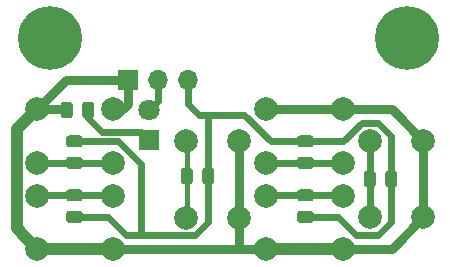
<source format=gbr>
G04 #@! TF.GenerationSoftware,KiCad,Pcbnew,(5.1.7)-1*
G04 #@! TF.CreationDate,2021-02-26T06:52:40-07:00*
G04 #@! TF.ProjectId,Buttons,42757474-6f6e-4732-9e6b-696361645f70,rev?*
G04 #@! TF.SameCoordinates,PX7b89fa0PY567a2f0*
G04 #@! TF.FileFunction,Copper,L1,Top*
G04 #@! TF.FilePolarity,Positive*
%FSLAX46Y46*%
G04 Gerber Fmt 4.6, Leading zero omitted, Abs format (unit mm)*
G04 Created by KiCad (PCBNEW (5.1.7)-1) date 2021-02-26 06:52:40*
%MOMM*%
%LPD*%
G01*
G04 APERTURE LIST*
G04 #@! TA.AperFunction,ComponentPad*
%ADD10C,5.400000*%
G04 #@! TD*
G04 #@! TA.AperFunction,ComponentPad*
%ADD11O,1.700000X1.700000*%
G04 #@! TD*
G04 #@! TA.AperFunction,ComponentPad*
%ADD12R,1.700000X1.700000*%
G04 #@! TD*
G04 #@! TA.AperFunction,ComponentPad*
%ADD13C,2.000000*%
G04 #@! TD*
G04 #@! TA.AperFunction,ComponentPad*
%ADD14R,1.800000X1.800000*%
G04 #@! TD*
G04 #@! TA.AperFunction,ComponentPad*
%ADD15C,1.800000*%
G04 #@! TD*
G04 #@! TA.AperFunction,Conductor*
%ADD16C,0.800000*%
G04 #@! TD*
G04 #@! TA.AperFunction,Conductor*
%ADD17C,1.000000*%
G04 #@! TD*
G04 #@! TA.AperFunction,Conductor*
%ADD18C,0.600000*%
G04 #@! TD*
G04 #@! TA.AperFunction,Conductor*
%ADD19C,0.400000*%
G04 #@! TD*
G04 APERTURE END LIST*
D10*
X34290000Y20066000D03*
X4064000Y20066000D03*
D11*
X15748000Y16510000D03*
X13208000Y16510000D03*
D12*
X10668000Y16510000D03*
G04 #@! TA.AperFunction,SMDPad,CuDef*
G36*
G01*
X5645998Y10014000D02*
X6546002Y10014000D01*
G75*
G02*
X6796000Y9764002I0J-249998D01*
G01*
X6796000Y9238998D01*
G75*
G02*
X6546002Y8989000I-249998J0D01*
G01*
X5645998Y8989000D01*
G75*
G02*
X5396000Y9238998I0J249998D01*
G01*
X5396000Y9764002D01*
G75*
G02*
X5645998Y10014000I249998J0D01*
G01*
G37*
G04 #@! TD.AperFunction*
G04 #@! TA.AperFunction,SMDPad,CuDef*
G36*
G01*
X5645998Y11839000D02*
X6546002Y11839000D01*
G75*
G02*
X6796000Y11589002I0J-249998D01*
G01*
X6796000Y11063998D01*
G75*
G02*
X6546002Y10814000I-249998J0D01*
G01*
X5645998Y10814000D01*
G75*
G02*
X5396000Y11063998I0J249998D01*
G01*
X5396000Y11589002D01*
G75*
G02*
X5645998Y11839000I249998J0D01*
G01*
G37*
G04 #@! TD.AperFunction*
G04 #@! TA.AperFunction,SMDPad,CuDef*
G36*
G01*
X6546002Y6242000D02*
X5645998Y6242000D01*
G75*
G02*
X5396000Y6491998I0J249998D01*
G01*
X5396000Y7017002D01*
G75*
G02*
X5645998Y7267000I249998J0D01*
G01*
X6546002Y7267000D01*
G75*
G02*
X6796000Y7017002I0J-249998D01*
G01*
X6796000Y6491998D01*
G75*
G02*
X6546002Y6242000I-249998J0D01*
G01*
G37*
G04 #@! TD.AperFunction*
G04 #@! TA.AperFunction,SMDPad,CuDef*
G36*
G01*
X6546002Y4417000D02*
X5645998Y4417000D01*
G75*
G02*
X5396000Y4666998I0J249998D01*
G01*
X5396000Y5192002D01*
G75*
G02*
X5645998Y5442000I249998J0D01*
G01*
X6546002Y5442000D01*
G75*
G02*
X6796000Y5192002I0J-249998D01*
G01*
X6796000Y4666998D01*
G75*
G02*
X6546002Y4417000I-249998J0D01*
G01*
G37*
G04 #@! TD.AperFunction*
G04 #@! TA.AperFunction,SMDPad,CuDef*
G36*
G01*
X16110000Y8832002D02*
X16110000Y7931998D01*
G75*
G02*
X15860002Y7682000I-249998J0D01*
G01*
X15334998Y7682000D01*
G75*
G02*
X15085000Y7931998I0J249998D01*
G01*
X15085000Y8832002D01*
G75*
G02*
X15334998Y9082000I249998J0D01*
G01*
X15860002Y9082000D01*
G75*
G02*
X16110000Y8832002I0J-249998D01*
G01*
G37*
G04 #@! TD.AperFunction*
G04 #@! TA.AperFunction,SMDPad,CuDef*
G36*
G01*
X17935000Y8832002D02*
X17935000Y7931998D01*
G75*
G02*
X17685002Y7682000I-249998J0D01*
G01*
X17159998Y7682000D01*
G75*
G02*
X16910000Y7931998I0J249998D01*
G01*
X16910000Y8832002D01*
G75*
G02*
X17159998Y9082000I249998J0D01*
G01*
X17685002Y9082000D01*
G75*
G02*
X17935000Y8832002I0J-249998D01*
G01*
G37*
G04 #@! TD.AperFunction*
G04 #@! TA.AperFunction,SMDPad,CuDef*
G36*
G01*
X25203998Y5442000D02*
X26104002Y5442000D01*
G75*
G02*
X26354000Y5192002I0J-249998D01*
G01*
X26354000Y4666998D01*
G75*
G02*
X26104002Y4417000I-249998J0D01*
G01*
X25203998Y4417000D01*
G75*
G02*
X24954000Y4666998I0J249998D01*
G01*
X24954000Y5192002D01*
G75*
G02*
X25203998Y5442000I249998J0D01*
G01*
G37*
G04 #@! TD.AperFunction*
G04 #@! TA.AperFunction,SMDPad,CuDef*
G36*
G01*
X25203998Y7267000D02*
X26104002Y7267000D01*
G75*
G02*
X26354000Y7017002I0J-249998D01*
G01*
X26354000Y6491998D01*
G75*
G02*
X26104002Y6242000I-249998J0D01*
G01*
X25203998Y6242000D01*
G75*
G02*
X24954000Y6491998I0J249998D01*
G01*
X24954000Y7017002D01*
G75*
G02*
X25203998Y7267000I249998J0D01*
G01*
G37*
G04 #@! TD.AperFunction*
G04 #@! TA.AperFunction,SMDPad,CuDef*
G36*
G01*
X26104002Y10814000D02*
X25203998Y10814000D01*
G75*
G02*
X24954000Y11063998I0J249998D01*
G01*
X24954000Y11589002D01*
G75*
G02*
X25203998Y11839000I249998J0D01*
G01*
X26104002Y11839000D01*
G75*
G02*
X26354000Y11589002I0J-249998D01*
G01*
X26354000Y11063998D01*
G75*
G02*
X26104002Y10814000I-249998J0D01*
G01*
G37*
G04 #@! TD.AperFunction*
G04 #@! TA.AperFunction,SMDPad,CuDef*
G36*
G01*
X26104002Y8989000D02*
X25203998Y8989000D01*
G75*
G02*
X24954000Y9238998I0J249998D01*
G01*
X24954000Y9764002D01*
G75*
G02*
X25203998Y10014000I249998J0D01*
G01*
X26104002Y10014000D01*
G75*
G02*
X26354000Y9764002I0J-249998D01*
G01*
X26354000Y9238998D01*
G75*
G02*
X26104002Y8989000I-249998J0D01*
G01*
G37*
G04 #@! TD.AperFunction*
G04 #@! TA.AperFunction,SMDPad,CuDef*
G36*
G01*
X32404000Y7677998D02*
X32404000Y8578002D01*
G75*
G02*
X32653998Y8828000I249998J0D01*
G01*
X33179002Y8828000D01*
G75*
G02*
X33429000Y8578002I0J-249998D01*
G01*
X33429000Y7677998D01*
G75*
G02*
X33179002Y7428000I-249998J0D01*
G01*
X32653998Y7428000D01*
G75*
G02*
X32404000Y7677998I0J249998D01*
G01*
G37*
G04 #@! TD.AperFunction*
G04 #@! TA.AperFunction,SMDPad,CuDef*
G36*
G01*
X30579000Y7677998D02*
X30579000Y8578002D01*
G75*
G02*
X30828998Y8828000I249998J0D01*
G01*
X31354002Y8828000D01*
G75*
G02*
X31604000Y8578002I0J-249998D01*
G01*
X31604000Y7677998D01*
G75*
G02*
X31354002Y7428000I-249998J0D01*
G01*
X30828998Y7428000D01*
G75*
G02*
X30579000Y7677998I0J249998D01*
G01*
G37*
G04 #@! TD.AperFunction*
D13*
X9398000Y14025000D03*
X9398000Y9525000D03*
X2898000Y14025000D03*
X2898000Y9525000D03*
X9398000Y6722500D03*
X9398000Y2222500D03*
X2898000Y6722500D03*
X2898000Y2222500D03*
X22329000Y9525000D03*
X22329000Y14025000D03*
X28829000Y9525000D03*
X28829000Y14025000D03*
X15566000Y11366500D03*
X20066000Y11366500D03*
X15566000Y4866500D03*
X20066000Y4866500D03*
X22352000Y2231000D03*
X22352000Y6731000D03*
X28852000Y2231000D03*
X28852000Y6731000D03*
X31115000Y11389500D03*
X35615000Y11389500D03*
X31115000Y4889500D03*
X35615000Y4889500D03*
D14*
X12446000Y11430000D03*
D15*
X12446000Y13970000D03*
G04 #@! TA.AperFunction,SMDPad,CuDef*
G36*
G01*
X4925000Y13519999D02*
X4925000Y14420001D01*
G75*
G02*
X5174999Y14670000I249999J0D01*
G01*
X5700001Y14670000D01*
G75*
G02*
X5950000Y14420001I0J-249999D01*
G01*
X5950000Y13519999D01*
G75*
G02*
X5700001Y13270000I-249999J0D01*
G01*
X5174999Y13270000D01*
G75*
G02*
X4925000Y13519999I0J249999D01*
G01*
G37*
G04 #@! TD.AperFunction*
G04 #@! TA.AperFunction,SMDPad,CuDef*
G36*
G01*
X6750000Y13519999D02*
X6750000Y14420001D01*
G75*
G02*
X6999999Y14670000I249999J0D01*
G01*
X7525001Y14670000D01*
G75*
G02*
X7775000Y14420001I0J-249999D01*
G01*
X7775000Y13519999D01*
G75*
G02*
X7525001Y13270000I-249999J0D01*
G01*
X6999999Y13270000D01*
G75*
G02*
X6750000Y13519999I0J249999D01*
G01*
G37*
G04 #@! TD.AperFunction*
D16*
X19613000Y11199000D02*
X19613000Y11309000D01*
D17*
X1921001Y3230999D02*
X2921000Y2231000D01*
X1197999Y3954001D02*
X1921001Y3230999D01*
X1197999Y12324999D02*
X1197999Y3954001D01*
X2898000Y14025000D02*
X1197999Y12324999D01*
X2921000Y2231000D02*
X9421000Y2231000D01*
X22352000Y2231000D02*
X28852000Y2231000D01*
D16*
X22329000Y14025000D02*
X28829000Y14025000D01*
X22343500Y2222500D02*
X22352000Y2231000D01*
X12319000Y2222500D02*
X19685000Y2222500D01*
X9398000Y2222500D02*
X12319000Y2222500D01*
X20066000Y11366500D02*
X20066000Y4866500D01*
X22329000Y14025000D02*
X22329000Y13629500D01*
X20066000Y4866500D02*
X20066000Y2222500D01*
X19685000Y2222500D02*
X20066000Y2222500D01*
X20066000Y2222500D02*
X22343500Y2222500D01*
X35615000Y11389500D02*
X35615000Y4889500D01*
X32956500Y2231000D02*
X35615000Y4889500D01*
X28852000Y2231000D02*
X32956500Y2231000D01*
X9851000Y14478000D02*
X9398000Y14025000D01*
X32979500Y14025000D02*
X28829000Y14025000D01*
X35615000Y11389500D02*
X32979500Y14025000D01*
X9398000Y14025000D02*
X10215000Y14025000D01*
X10668000Y14478000D02*
X10668000Y16510000D01*
X10215000Y14025000D02*
X10668000Y14478000D01*
X5383000Y16510000D02*
X2898000Y14025000D01*
X10668000Y16510000D02*
X5383000Y16510000D01*
X5382500Y14025000D02*
X5437500Y13970000D01*
X2898000Y14025000D02*
X5382500Y14025000D01*
D18*
X9374500Y9501500D02*
X9398000Y9525000D01*
X6096000Y9501500D02*
X9374500Y9501500D01*
X2921500Y9501500D02*
X2898000Y9525000D01*
X6096000Y9501500D02*
X2921500Y9501500D01*
X9366000Y6754500D02*
X9398000Y6722500D01*
X6096000Y6754500D02*
X9366000Y6754500D01*
X2930000Y6754500D02*
X2898000Y6722500D01*
X6096000Y6754500D02*
X2930000Y6754500D01*
X31115000Y8151500D02*
X31091500Y8128000D01*
X31115000Y11389500D02*
X31115000Y8151500D01*
X31115000Y8104500D02*
X31091500Y8128000D01*
X31115000Y4889500D02*
X31115000Y8104500D01*
X28805500Y9501500D02*
X28829000Y9525000D01*
X25654000Y9501500D02*
X28805500Y9501500D01*
X22352500Y9501500D02*
X22329000Y9525000D01*
X25654000Y9501500D02*
X22352500Y9501500D01*
X28828500Y6754500D02*
X28852000Y6731000D01*
X25654000Y6754500D02*
X28828500Y6754500D01*
X22375500Y6754500D02*
X22352000Y6731000D01*
X25654000Y6754500D02*
X22375500Y6754500D01*
D19*
X15597500Y11335000D02*
X15566000Y11366500D01*
X15597500Y8382000D02*
X15597500Y11335000D01*
X15597500Y4898000D02*
X15566000Y4866500D01*
X15597500Y8382000D02*
X15597500Y4898000D01*
D18*
X7262500Y13970000D02*
X7262500Y13311500D01*
X11749490Y12126510D02*
X12446000Y11430000D01*
X8447490Y12126510D02*
X11749490Y12126510D01*
X7262500Y13311500D02*
X8447490Y12126510D01*
X8911002Y4929500D02*
X6096000Y4929500D01*
X10474003Y3366499D02*
X8911002Y4929500D01*
X17422500Y4502998D02*
X16286001Y3366499D01*
X17422500Y8382000D02*
X17422500Y4502998D01*
X11748499Y9394503D02*
X11748499Y3366499D01*
X9816502Y11326500D02*
X11748499Y9394503D01*
X6096000Y11326500D02*
X9816502Y11326500D01*
X11748499Y3366499D02*
X10474003Y3366499D01*
X16286001Y3366499D02*
X11748499Y3366499D01*
X32916500Y11808002D02*
X32916500Y8128000D01*
X31835001Y12889501D02*
X32916500Y11808002D01*
X30415501Y12889501D02*
X31835001Y12889501D01*
X28852500Y11326500D02*
X30415501Y12889501D01*
X25654000Y11326500D02*
X28852500Y11326500D01*
X28373502Y4929500D02*
X25654000Y4929500D01*
X31835001Y3389499D02*
X29913503Y3389499D01*
X29913503Y3389499D02*
X28373502Y4929500D01*
X32916500Y4470998D02*
X31835001Y3389499D01*
X32916500Y8128000D02*
X32916500Y4470998D01*
X25654000Y11326500D02*
X22709500Y11326500D01*
X17422500Y13565500D02*
X17422500Y8382000D01*
X20470500Y13565500D02*
X17422500Y13565500D01*
X22709500Y11326500D02*
X20470500Y13565500D01*
X15748000Y16510000D02*
X15748000Y14478000D01*
X16660500Y13565500D02*
X17422500Y13565500D01*
X15748000Y14478000D02*
X16660500Y13565500D01*
X13208000Y14732000D02*
X12446000Y13970000D01*
X13208000Y16510000D02*
X13208000Y14732000D01*
M02*

</source>
